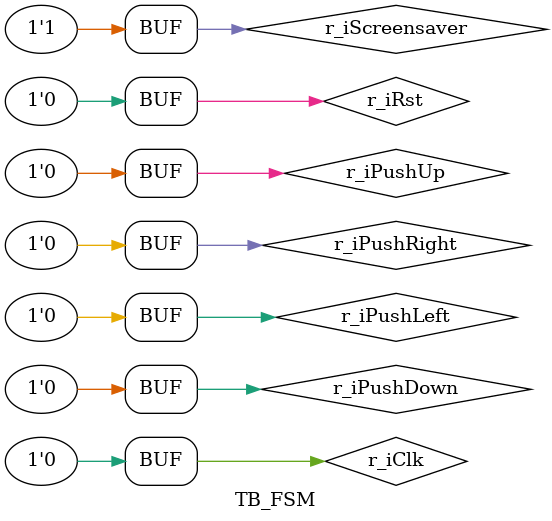
<source format=v>
`timescale 1ns / 1ps


`timescale 1ns / 1ps
//////////////////////////////////////////////////////////////////////////////////
// Company: 
// Engineer: 
// 
// Create Date: 21.03.2022 17:03:33
// Design Name: 
// Module Name: TB_VGA_pattern
// Project Name: 
// Target Devices: 
// Tool Versions: 
// Description: 
// 
// Dependencies: 
// 
// Revision:
// Revision 0.01 - File Created
// Additional Comments:
// 
//////////////////////////////////////////////////////////////////////////////////


module TB_FSM;

//signals
reg r_iClk, r_iRst, r_iPushUp, r_iPushDown, r_iPushLeft, r_iPushRight, r_iScreensaver;
wire[9:0] w_oShapeX, w_oShapeY, w_oShapeSize;
wire w_oLEDUp, w_oLEDDown, w_oLEDLeft, w_oLEDRight;


//params for VGA controller
localparam WIDTH_inst = 640;
localparam H_FP_inst = 16;
localparam H_PW_inst = 96;
localparam H_BP_inst = 48; //Htot = 20
localparam HEIGHT_inst = 480;
localparam V_FP_inst = 10;
localparam V_PW_inst = 2;
localparam V_BP_inst = 33; //Vtot = 15

FSM_lab5 FSM_lab5_inst(.iClk(r_iClk), .iRst(r_iRst), .iScreensaver(r_iScreensaver), 
.iPushUp(r_iPushUp), .iPushDown(r_iPushDown), .iPushLeft(r_iPushLeft), .iPushRight(r_iPushRight), 
.oLEDUp(w_oLEDUp), .oLEDDown(w_oLEDDown),  .oLEDLeft(w_oLEDLeft), .oLEDRight(w_oLEDRight), 
.oShapeX(w_oShapeX), .oShapeY(w_oShapeY), .oShapeSize(w_oShapeSize));



always
begin
   r_iClk = 1;
   #(20);
   r_iClk = 0;
   #(20); 
end 


initial
begin
    r_iRst=1;
    r_iPushUp = 0;
    r_iPushDown = 0;
    r_iPushLeft = 0;
    r_iPushRight = 0;
    r_iScreensaver = 0;
    #(50000000);
    r_iRst = 0;
    #(500);
    #(10000000);
    r_iScreensaver = 1;
    #(1000000);
end


endmodule
</source>
